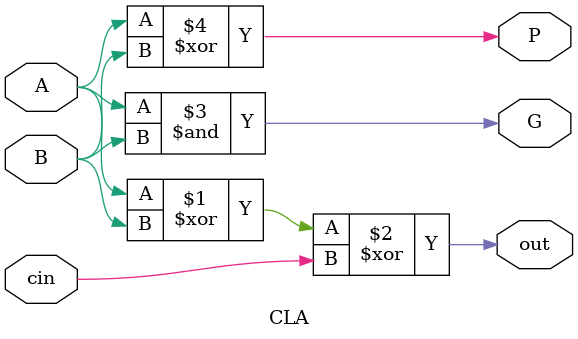
<source format=v>
`timescale 1ns / 1ps


module CLA(
    input A, B, cin,
    output P, G, out
    );
    
    assign out = A ^ B ^ cin;
    assign G = A & B;
    assign P = A ^ B;
    
endmodule

</source>
